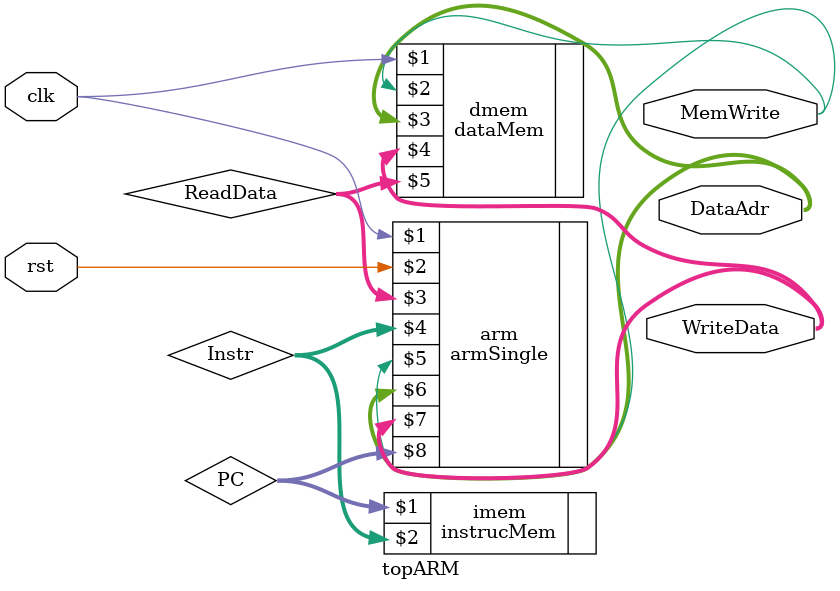
<source format=sv>
module topARM(input logic clk, rst,
					output logic [31:0] WriteData, DataAdr,
					output logic MemWrite);
					
	logic [31:0] PC, Instr, ReadData;
	//Creacion de microprocesador
	
	
	armSingle arm(clk, rst, ReadData, Instr, MemWrite, DataAdr,
	WriteData, PC);
	
	//Creacion de las memorias
	instrucMem imem(PC, Instr);
	dataMem dmem(clk, MemWrite, DataAdr, WriteData, ReadData);
endmodule
</source>
